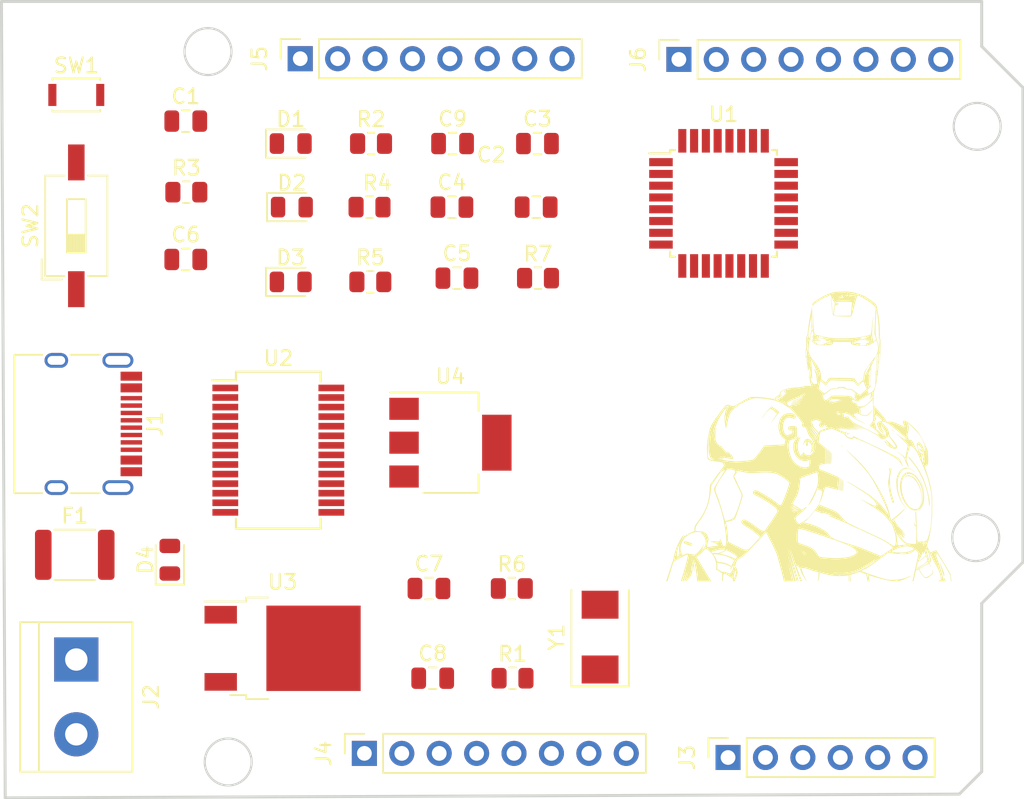
<source format=kicad_pcb>
(kicad_pcb (version 20211014) (generator pcbnew)
  (layers (0 "F.Cu" signal) (31 "B.Cu" signal) (34 "B.Paste" user) (35 "F.Paste" user) (36 "B.SilkS" user "B.Silkscreen") (37 "F.SilkS" user "F.Silkscreen") (38 "B.Mask" user) (39 "F.Mask" user) (44 "Edge.Cuts" user))
  (net 0 "")
  (net 1 "Net-(D4-Pad2)")
  (net 2 "Net-(C1-Pad1)")
  (net 3 "VCC")
  (net 4 "GND")
  (net 5 "Net-(D1-Pad1)")
  (net 6 "M8TX")
  (net 7 "M8RX")
  (net 8 "DTR")
  (net 9 "Net-(D2-Pad2)")
  (net 10 "Net-(D3-Pad2)")
  (net 11 "5v")
  (net 12 "3.3v")
  (net 21 "Net-(J1-PadA6)")
  (net 22 "Net-(J1-PadA7)")
  (net 25 "D3")
  (net 26 "D4")
  (net 29 "Net-(C2-Pad1)")
  (net 30 "Net-(C3-Pad1)")
  (net 31 "D5")
  (net 32 "D6")
  (net 33 "D7")
  (net 34 "D8")
  (net 35 "D9")
  (net 36 "D11")
  (net 37 "D12")
  (net 38 "D13")
  (net 39 "D14")
  (net 42 "A0")
  (net 43 "A1")
  (net 44 "A2")
  (net 45 "A3")
  (net 46 "A4")
  (net 47 "A5")
  (net 48 "RX")
  (net 49 "TX")
  (net 50 "D2")
  (net 51 "Net-(F1-Pad1)")
  (net 58 "Net-(C6-Pad2)")
  (net 59 "Net-(R4-Pad2)")
  (net 60 "Net-(R3-Pad2)")
  (net 61 "Net-(C6-Pad1)")
  (net 62 "Net-(D2-Pad1)")
  (net 63 "Net-(D3-Pad1)")
  (net 64 "5v USB")
  (net 65 "Reset")
  (net 66 "Vin")
  (footprint "Resistor_SMD:R_0805_2012Metric" (layer "F.Cu") (at 198.0165 99.822)
    (fp_text reference "R1" (at 0 -1.65) (layer "F.SilkS"))
    (fp_text value "1Ok")
    (pad "1" smd roundrect (at -0.9125 0) (size 1.025 1.4) (layers "F.Cu" "F.Paste" "F.Mask") (roundrect_rratio 0.243902) (net 2 "Net-(C1-Pad1)"))
    (pad "2" smd roundrect (at 0.9125 0) (size 1.025 1.4) (layers "F.Cu" "F.Paste" "F.Mask") (roundrect_rratio 0.243902) (net 3 "VCC"))
  )
  (footprint "TerminalBlock:TerminalBlock_bornier-2_P5.08mm" (layer "F.Cu") (at 168.402 98.552 -90)
    (fp_text reference "J2" (at 2.54 -5.08 90) (layer "F.SilkS"))
    (fp_text value "Screw_Terminal_01x02")
    (pad "1" thru_hole rect (at 0 0 270) (size 3 3) (drill 1.52) (layers *.Cu *.Mask) (net 58 "Net-(C6-Pad2)"))
    (pad "2" thru_hole circle (at 5.08 0 270) (size 3 3) (drill 1.52) (layers *.Cu *.Mask) (net 1 "Net-(D4-Pad2)"))
  )
  (footprint "Resistor_SMD:R_0805_2012Metric" (layer "F.Cu") (at 175.8715 66.802)
    (fp_text reference "R3" (at 0 -1.65) (layer "F.SilkS"))
    (fp_text value "1k")
    (pad "1" smd roundrect (at -0.9125 0) (size 1.025 1.4) (layers "F.Cu" "F.Paste" "F.Mask") (roundrect_rratio 0.243902) (net 6 "M8TX"))
    (pad "2" smd roundrect (at 0.9125 0) (size 1.025 1.4) (layers "F.Cu" "F.Paste" "F.Mask") (roundrect_rratio 0.243902) (net 60 "Net-(R3-Pad2)"))
  )
  (footprint "Capacitor_SMD:C_0805_2012Metric" (layer "F.Cu") (at 199.71 63.5)
    (fp_text reference "C3" (at 0 -1.68) (layer "F.SilkS"))
    (fp_text value "22pF")
    (pad "1" smd roundrect (at -0.95 0) (size 1 1.45) (layers "F.Cu" "F.Paste" "F.Mask") (net 30 "Net-(C3-Pad1)"))
    (pad "2" smd roundrect (at 0.95 0) (size 1 1.45) (layers "F.Cu" "F.Paste" "F.Mask") (net 4 "GND"))
  )
  (footprint "Connector_PinSocket_2.54mm:PinSocket_1x08_P2.54mm_Vertical" (layer "F.Cu") (at 187.96 104.9278 90)
    (fp_text reference "J4" (at 0 -2.77 90) (layer "F.SilkS"))
    (fp_text value "Screw_Terminal_01x08")
    (pad "1" thru_hole rect (at 0 0 90) (size 1.7 1.7) (drill 1) (layers *.Cu *.Mask) (net 12 "3.3v"))
    (pad "2" thru_hole oval (at 0 2.54 90) (size 1.7 1.7) (drill 1) (layers *.Cu *.Mask) (net 3 "VCC"))
    (pad "3" thru_hole oval (at 0 5.08 90) (size 1.7 1.7) (drill 1) (layers *.Cu *.Mask) (net 65 "Reset"))
    (pad "4" thru_hole oval (at 0 7.62 90) (size 1.7 1.7) (drill 1) (layers *.Cu *.Mask) (net 3 "VCC"))
    (pad "5" thru_hole oval (at 0 10.16 90) (size 1.7 1.7) (drill 1) (layers *.Cu *.Mask) (net 12 "3.3v"))
    (pad "6" thru_hole oval (at 0 12.7 90) (size 1.7 1.7) (drill 1) (layers *.Cu *.Mask) (net 4 "GND"))
    (pad "7" thru_hole oval (at 0 15.24 90) (size 1.7 1.7) (drill 1) (layers *.Cu *.Mask) (net 4 "GND"))
    (pad "8" thru_hole oval (at 0 17.78 90) (size 1.7 1.7) (drill 1) (layers *.Cu *.Mask) (net 66 "Vin"))
  )
  (footprint "Capacitor_SMD:C_0805_2012Metric" (layer "F.Cu") (at 199.6225 67.818)
    (fp_text reference "C2" (at -3.048 -3.556) (layer "F.SilkS"))
    (fp_text value "22pF")
    (pad "1" smd roundrect (at -0.95 0) (size 1 1.45) (layers "F.Cu" "F.Paste" "F.Mask") (net 29 "Net-(C2-Pad1)"))
    (pad "2" smd roundrect (at 0.95 0) (size 1 1.45) (layers "F.Cu" "F.Paste" "F.Mask") (net 4 "GND"))
  )
  (footprint "Package_TO_SOT_SMD:TO-252-2" (layer "F.Cu") (at 182.407 97.789)
    (fp_text reference "U3" (at 0 -4.5) (layer "F.SilkS"))
    (fp_text value "L7805")
    (pad "1" smd rect (at -4.2 -2.28) (size 2.2 1.2) (layers "F.Cu" "F.Paste" "F.Mask") (net 61 "Net-(C6-Pad1)"))
    (pad "2" smd rect (at 2.1 0) (size 6.4 5.8) (layers "F.Cu" "F.Mask") (net 58 "Net-(C6-Pad2)"))
    (pad "3" smd rect (at -4.2 2.28) (size 2.2 1.2) (layers "F.Cu" "F.Paste" "F.Mask") (net 11 "5v"))
  )
  (footprint "Crystal:Crystal_SMD_0603-2Pin_6.0x3.5mm" (layer "F.Cu") (at 203.962 97.028 90)
    (fp_text reference "Y1" (at 0 -2.95 90) (layer "F.SilkS"))
    (fp_text value "Crystal")
    (pad "1" smd rect (at -2.2 0 90) (size 1.9 2.5) (layers "F.Cu" "F.Paste" "F.Mask") (net 30 "Net-(C3-Pad1)"))
    (pad "2" smd rect (at 2.2 0 90) (size 1.9 2.5) (layers "F.Cu" "F.Paste" "F.Mask") (net 29 "Net-(C2-Pad1)"))
  )
  (footprint "Capacitor_SMD:C_0805_2012Metric" (layer "F.Cu") (at 194.244 72.644)
    (fp_text reference "C5" (at 0 -1.68) (layer "F.SilkS"))
    (fp_text value "100nF")
    (pad "1" smd roundrect (at -0.95 0) (size 1 1.45) (layers "F.Cu" "F.Paste" "F.Mask") (net 3 "VCC"))
    (pad "2" smd roundrect (at 0.95 0) (size 1 1.45) (layers "F.Cu" "F.Paste" "F.Mask") (net 4 "GND"))
  )
  (footprint "Diode_SMD:D_0805_2012Metric" (layer "F.Cu") (at 174.752 91.7725 90)
    (fp_text reference "D4" (at 0 -1.65 90) (layer "F.SilkS"))
    (fp_text value "1N4004")
    (pad "1" smd roundrect (at -0.9375 0 90) (size 0.975 1.4) (layers "F.Cu" "F.Paste" "F.Mask") (net 61 "Net-(C6-Pad1)"))
    (pad "2" smd roundrect (at 0.9375 0 90) (size 0.975 1.4) (layers "F.Cu" "F.Paste" "F.Mask") (net 1 "Net-(D4-Pad2)"))
  )
  (footprint "LED_SMD:LED_0805_2012Metric" (layer "F.Cu") (at 182.9585 72.898)
    (fp_text reference "D3" (at 0 -1.65) (layer "F.SilkS"))
    (fp_text value "LED")
    (pad "1" smd roundrect (at -0.9375 0) (size 0.975 1.4) (layers "F.Cu" "F.Paste" "F.Mask") (net 63 "Net-(D3-Pad1)"))
    (pad "2" smd roundrect (at 0.9375 0) (size 0.975 1.4) (layers "F.Cu" "F.Paste" "F.Mask") (net 10 "Net-(D3-Pad2)"))
  )
  (footprint "Button_Switch_SMD:SW_DIP_SPSTx01_Slide_6.7x4.1mm_W8.61mm_P2.54mm_LowProfile" (layer "F.Cu") (at 168.402 69.088 90)
    (fp_text reference "SW2" (at 0 -3.11 90) (layer "F.SilkS"))
    (fp_text value "SW_DPDT_x2")
    (pad "1" smd rect (at -4.305 0 90) (size 2.44 1.12) (layers "F.Cu" "F.Paste" "F.Mask") (net 11 "5v"))
    (pad "2" smd rect (at 4.305 0 90) (size 2.44 1.12) (layers "F.Cu" "F.Paste" "F.Mask") (net 3 "VCC"))
  )
  (footprint "Package_SO:SSOP-28_5.3x10.2mm_P0.65mm" (layer "F.Cu") (at 182.118 84.328)
    (fp_text reference "U2" (at 0 -6.25) (layer "F.SilkS"))
    (fp_text value "FT232RL")
    (pad "1" smd rect (at -3.6 -4.225) (size 1.75 0.45) (layers "F.Cu" "F.Paste" "F.Mask") (net 60 "Net-(R3-Pad2)"))
    (pad "2" smd rect (at -3.6 -3.575) (size 1.75 0.45) (layers "F.Cu" "F.Paste" "F.Mask") (net 8 "DTR"))
    (pad "3" smd rect (at -3.6 -2.925) (size 1.75 0.45) (layers "F.Cu" "F.Paste" "F.Mask"))
    (pad "4" smd rect (at -3.6 -2.275) (size 1.75 0.45) (layers "F.Cu" "F.Paste" "F.Mask") (net 3 "VCC"))
    (pad "5" smd rect (at -3.6 -1.625) (size 1.75 0.45) (layers "F.Cu" "F.Paste" "F.Mask") (net 59 "Net-(R4-Pad2)"))
    (pad "6" smd rect (at -3.6 -0.975) (size 1.75 0.45) (layers "F.Cu" "F.Paste" "F.Mask"))
    (pad "7" smd rect (at -3.6 -0.325) (size 1.75 0.45) (layers "F.Cu" "F.Paste" "F.Mask") (net 4 "GND"))
    (pad "8" smd rect (at -3.6 0.325) (size 1.75 0.45) (layers "F.Cu" "F.Paste" "F.Mask"))
    (pad "9" smd rect (at -3.6 0.975) (size 1.75 0.45) (layers "F.Cu" "F.Paste" "F.Mask"))
    (pad "10" smd rect (at -3.6 1.625) (size 1.75 0.45) (layers "F.Cu" "F.Paste" "F.Mask"))
    (pad "11" smd rect (at -3.6 2.275) (size 1.75 0.45) (layers "F.Cu" "F.Paste" "F.Mask"))
    (pad "12" smd rect (at -3.6 2.925) (size 1.75 0.45) (layers "F.Cu" "F.Paste" "F.Mask"))
    (pad "13" smd rect (at -3.6 3.575) (size 1.75 0.45) (layers "F.Cu" "F.Paste" "F.Mask"))
    (pad "14" smd rect (at -3.6 4.225) (size 1.75 0.45) (layers "F.Cu" "F.Paste" "F.Mask"))
    (pad "15" smd rect (at 3.6 4.225) (size 1.75 0.45) (layers "F.Cu" "F.Paste" "F.Mask") (net 21 "Net-(J1-PadA6)"))
    (pad "16" smd rect (at 3.6 3.575) (size 1.75 0.45) (layers "F.Cu" "F.Paste" "F.Mask") (net 22 "Net-(J1-PadA7)"))
    (pad "17" smd rect (at 3.6 2.925) (size 1.75 0.45) (layers "F.Cu" "F.Paste" "F.Mask") (net 12 "3.3v"))
    (pad "18" smd rect (at 3.6 2.275) (size 1.75 0.45) (layers "F.Cu" "F.Paste" "F.Mask") (net 4 "GND"))
    (pad "19" smd rect (at 3.6 1.625) (size 1.75 0.45) (layers "F.Cu" "F.Paste" "F.Mask") (net 3 "VCC"))
    (pad "20" smd rect (at 3.6 0.975) (size 1.75 0.45) (layers "F.Cu" "F.Paste" "F.Mask") (net 3 "VCC"))
    (pad "21" smd rect (at 3.6 0.325) (size 1.75 0.45) (layers "F.Cu" "F.Paste" "F.Mask") (net 4 "GND"))
    (pad "22" smd rect (at 3.6 -0.325) (size 1.75 0.45) (layers "F.Cu" "F.Paste" "F.Mask") (net 62 "Net-(D2-Pad1)"))
    (pad "23" smd rect (at 3.6 -0.975) (size 1.75 0.45) (layers "F.Cu" "F.Paste" "F.Mask") (net 63 "Net-(D3-Pad1)"))
    (pad "24" smd rect (at 3.6 -1.625) (size 1.75 0.45) (layers "F.Cu" "F.Paste" "F.Mask"))
    (pad "25" smd rect (at 3.6 -2.275) (size 1.75 0.45) (layers "F.Cu" "F.Paste" "F.Mask") (net 4 "GND"))
    (pad "26" smd rect (at 3.6 -2.925) (size 1.75 0.45) (layers "F.Cu" "F.Paste" "F.Mask") (net 4 "GND"))
    (pad "27" smd rect (at 3.6 -3.575) (size 1.75 0.45) (layers "F.Cu" "F.Paste" "F.Mask"))
    (pad "28" smd rect (at 3.6 -4.225) (size 1.75 0.45) (layers "F.Cu" "F.Paste" "F.Mask"))
  )
  (footprint "LED_SMD:LED_0805_2012Metric" (layer "F.Cu") (at 182.9585 63.5)
    (fp_text reference "D1" (at 0 -1.65) (layer "F.SilkS"))
    (fp_text value "LED")
    (pad "1" smd roundrect (at -0.9375 0) (size 0.975 1.4) (layers "F.Cu" "F.Paste" "F.Mask") (net 5 "Net-(D1-Pad1)"))
    (pad "2" smd roundrect (at 0.9375 0) (size 0.975 1.4) (layers "F.Cu" "F.Paste" "F.Mask") (net 38 "D13"))
  )
  (footprint "Button_Switch_SMD:SW_SPST_CK_KXT3" (layer "F.Cu") (at 168.402 60.198)
    (fp_text reference "SW1" (at 0 -2) (layer "F.SilkS"))
    (fp_text value "SW_Push")
    (pad "1" smd rect (at -1.625 0) (size 0.55 1.5) (layers "F.Cu" "F.Paste" "F.Mask") (net 2 "Net-(C1-Pad1)"))
    (pad "2" smd rect (at 1.625 0) (size 0.55 1.5) (layers "F.Cu" "F.Paste" "F.Mask") (net 4 "GND"))
  )
  (footprint "graficos:ironman" (layer "F.Cu") (at 218.44 82.804)
    (fp_text reference "G***" (at 0 0) (layer "F.SilkS") (effects (font (size 1.524 1.524) (thickness 0.3))))
    (fp_text value "LOGO" hide)
  )
  (footprint "Package_TO_SOT_SMD:SOT-223-3_TabPin2" (layer "F.Cu") (at 193.802 83.82)
    (fp_text reference "U4" (at 0 -4.5) (layer "F.SilkS"))
    (fp_text value "AP1117-33")
    (pad "1" smd rect (at -3.15 -2.3) (size 2 1.5) (layers "F.Cu" "F.Paste" "F.Mask") (net 58 "Net-(C6-Pad2)"))
    (pad "2" smd rect (at 3.15 0) (size 2 3.8) (layers "F.Cu" "F.Paste" "F.Mask") (net 12 "3.3v"))
    (pad "2" smd rect (at -3.15 0) (size 2 1.5) (layers "F.Cu" "F.Paste" "F.Mask") (net 12 "3.3v"))
    (pad "3" smd rect (at -3.15 2.3) (size 2 1.5) (layers "F.Cu" "F.Paste" "F.Mask") (net 11 "5v"))
  )
  (footprint "Capacitor_SMD:C_0805_2012Metric" (layer "F.Cu") (at 175.834 61.976)
    (fp_text reference "C1" (at 0 -1.68) (layer "F.SilkS"))
    (fp_text value "0.1uF")
    (pad "1" smd roundrect (at -0.95 0) (size 1 1.45) (layers "F.Cu" "F.Paste" "F.Mask") (net 2 "Net-(C1-Pad1)"))
    (pad "2" smd roundrect (at 0.95 0) (size 1 1.45) (layers "F.Cu" "F.Paste" "F.Mask") (net 8 "DTR"))
  )
  (footprint "LED_SMD:LED_0805_2012Metric" (layer "F.Cu") (at 183.037 67.818)
    (fp_text reference "D2" (at 0 -1.65) (layer "F.SilkS"))
    (fp_text value "LED")
    (pad "1" smd roundrect (at -0.9375 0) (size 0.975 1.4) (layers "F.Cu" "F.Paste" "F.Mask") (net 62 "Net-(D2-Pad1)"))
    (pad "2" smd roundrect (at 0.9375 0) (size 0.975 1.4) (layers "F.Cu" "F.Paste" "F.Mask") (net 9 "Net-(D2-Pad2)"))
  )
  (footprint "Capacitor_SMD:C_0805_2012Metric" (layer "F.Cu") (at 193.9025 67.818)
    (fp_text reference "C4" (at 0 -1.68) (layer "F.SilkS"))
    (fp_text value "1uF")
    (pad "1" smd roundrect (at -0.95 0) (size 1 1.45) (layers "F.Cu" "F.Paste" "F.Mask") (net 12 "3.3v"))
    (pad "2" smd roundrect (at 0.95 0) (size 1 1.45) (layers "F.Cu" "F.Paste" "F.Mask") (net 4 "GND"))
  )
  (footprint "Capacitor_SMD:C_0805_2012Metric" (layer "F.Cu") (at 175.834 71.374)
    (fp_text reference "C6" (at 0 -1.68) (layer "F.SilkS"))
    (fp_text value "100uF")
    (pad "1" smd roundrect (at -0.95 0) (size 1 1.45) (layers "F.Cu" "F.Paste" "F.Mask") (net 61 "Net-(C6-Pad1)"))
    (pad "2" smd roundrect (at 0.95 0) (size 1 1.45) (layers "F.Cu" "F.Paste" "F.Mask") (net 58 "Net-(C6-Pad2)"))
  )
  (footprint "Resistor_SMD:R_0805_2012Metric" (layer "F.Cu") (at 188.413 63.5)
    (fp_text reference "R2" (at 0 -1.65) (layer "F.SilkS"))
    (fp_text value "200 ohm")
    (pad "1" smd roundrect (at -0.9125 0) (size 1.025 1.4) (layers "F.Cu" "F.Paste" "F.Mask") (roundrect_rratio 0.243902) (net 4 "GND"))
    (pad "2" smd roundrect (at 0.9125 0) (size 1.025 1.4) (layers "F.Cu" "F.Paste" "F.Mask") (roundrect_rratio 0.243902) (net 5 "Net-(D1-Pad1)"))
  )
  (footprint "Resistor_SMD:R_0805_2012Metric" (layer "F.Cu") (at 188.3085 67.818)
    (fp_text reference "R4" (at 0.525 -1.65) (layer "F.SilkS"))
    (fp_text value "1k")
    (pad "1" smd roundrect (at -0.9125 0) (size 1.025 1.4) (layers "F.Cu" "F.Paste" "F.Mask") (roundrect_rratio 0.243902) (net 7 "M8RX"))
    (pad "2" smd roundrect (at 0.9125 0) (size 1.025 1.4) (layers "F.Cu" "F.Paste" "F.Mask") (roundrect_rratio 0.243902) (net 59 "Net-(R4-Pad2)"))
  )
  (footprint "Resistor_SMD:R_0805_2012Metric" (layer "F.Cu") (at 199.7475 72.644)
    (fp_text reference "R7" (at 0 -1.65) (layer "F.SilkS"))
    (fp_text value "R")
    (pad "1" smd roundrect (at -0.9125 0) (size 1.025 1.4) (layers "F.Cu" "F.Paste" "F.Mask") (roundrect_rratio 0.243902) (net 10 "Net-(D3-Pad2)"))
    (pad "2" smd roundrect (at 0.9125 0) (size 1.025 1.4) (layers "F.Cu" "F.Paste" "F.Mask") (roundrect_rratio 0.243902) (net 3 "VCC"))
  )
  (footprint "Capacitor_SMD:C_0805_2012Metric" (layer "F.Cu") (at 192.598 99.822)
    (fp_text reference "C8" (at 0 -1.68) (layer "F.SilkS"))
    (fp_text value "47nF")
    (pad "1" smd roundrect (at -0.95 0) (size 1 1.45) (layers "F.Cu" "F.Paste" "F.Mask") (net 12 "3.3v"))
    (pad "2" smd roundrect (at 0.95 0) (size 1 1.45) (layers "F.Cu" "F.Paste" "F.Mask") (net 58 "Net-(C6-Pad2)"))
  )
  (footprint "Fuse:Fuse_1812_4532Metric" (layer "F.Cu") (at 168.2965 91.44)
    (fp_text reference "F1" (at 0 -2.65) (layer "F.SilkS"))
    (fp_text value "Fuse")
    (pad "1" smd roundrect (at -2.1375 0) (size 1.125 3.4) (layers "F.Cu" "F.Paste" "F.Mask") (roundrect_rratio 0.222222) (net 51 "Net-(F1-Pad1)"))
    (pad "2" smd roundrect (at 2.1375 0) (size 1.125 3.4) (layers "F.Cu" "F.Paste" "F.Mask") (roundrect_rratio 0.222222) (net 64 "5v USB"))
  )
  (footprint "Package_QFP:TQFP-32_7x7mm_P0.8mm" (layer "F.Cu") (at 212.344 67.564)
    (fp_text reference "U1" (at 0 -6.05) (layer "F.SilkS"))
    (fp_text value "ATmega328PB-A")
    (pad "1" smd rect (at -4.25 -2.8) (size 1.6 0.55) (layers "F.Cu" "F.Paste" "F.Mask") (net 25 "D3"))
    (pad "2" smd rect (at -4.25 -2) (size 1.6 0.55) (layers "F.Cu" "F.Paste" "F.Mask") (net 26 "D4"))
    (pad "3" smd rect (at -4.25 -1.2) (size 1.6 0.55) (layers "F.Cu" "F.Paste" "F.Mask"))
    (pad "4" smd rect (at -4.25 -0.4) (size 1.6 0.55) (layers "F.Cu" "F.Paste" "F.Mask") (net 3 "VCC"))
    (pad "5" smd rect (at -4.25 0.4) (size 1.6 0.55) (layers "F.Cu" "F.Paste" "F.Mask") (net 4 "GND"))
    (pad "6" smd rect (at -4.25 1.2) (size 1.6 0.55) (layers "F.Cu" "F.Paste" "F.Mask"))
    (pad "7" smd rect (at -4.25 2) (size 1.6 0.55) (layers "F.Cu" "F.Paste" "F.Mask") (net 29 "Net-(C2-Pad1)"))
    (pad "8" smd rect (at -4.25 2.8) (size 1.6 0.55) (layers "F.Cu" "F.Paste" "F.Mask") (net 30 "Net-(C3-Pad1)"))
    (pad "9" smd rect (at -2.8 4.25 90) (size 1.6 0.55) (layers "F.Cu" "F.Paste" "F.Mask") (net 31 "D5"))
    (pad "10" smd rect (at -2 4.25 90) (size 1.6 0.55) (layers "F.Cu" "F.Paste" "F.Mask") (net 32 "D6"))
    (pad "11" smd rect (at -1.2 4.25 90) (size 1.6 0.55) (layers "F.Cu" "F.Paste" "F.Mask") (net 33 "D7"))
    (pad "12" smd rect (at -0.4 4.25 90) (size 1.6 0.55) (layers "F.Cu" "F.Paste" "F.Mask") (net 34 "D8"))
    (pad "13" smd rect (at 0.4 4.25 90) (size 1.6 0.55) (layers "F.Cu" "F.Paste" "F.Mask") (net 35 "D9"))
    (pad "14" smd rect (at 1.2 4.25 90) (size 1.6 0.55) (layers "F.Cu" "F.Paste" "F.Mask") (net 36 "D11"))
    (pad "15" smd rect (at 2 4.25 90) (size 1.6 0.55) (layers "F.Cu" "F.Paste" "F.Mask") (net 37 "D12"))
    (pad "16" smd rect (at 2.8 4.25 90) (size 1.6 0.55) (layers "F.Cu" "F.Paste" "F.Mask") (net 38 "D13"))
    (pad "17" smd rect (at 4.25 2.8) (size 1.6 0.55) (layers "F.Cu" "F.Paste" "F.Mask") (net 39 "D14"))
    (pad "18" smd rect (at 4.25 2) (size 1.6 0.55) (layers "F.Cu" "F.Paste" "F.Mask") (net 3 "VCC"))
    (pad "19" smd rect (at 4.25 1.2) (size 1.6 0.55) (layers "F.Cu" "F.Paste" "F.Mask"))
    (pad "20" smd rect (at 4.25 0.4) (size 1.6 0.55) (layers "F.Cu" "F.Paste" "F.Mask") (net 3 "VCC"))
    (pad "21" smd rect (at 4.25 -0.4) (size 1.6 0.55) (layers "F.Cu" "F.Paste" "F.Mask") (net 4 "GND"))
    (pad "22" smd rect (at 4.25 -1.2) (size 1.6 0.55) (layers "F.Cu" "F.Paste" "F.Mask"))
    (pad "23" smd rect (at 4.25 -2) (size 1.6 0.55) (layers "F.Cu" "F.Paste" "F.Mask") (net 42 "A0"))
    (pad "24" smd rect (at 4.25 -2.8) (size 1.6 0.55) (layers "F.Cu" "F.Paste" "F.Mask") (net 43 "A1"))
    (pad "25" smd rect (at 2.8 -4.25 90) (size 1.6 0.55) (layers "F.Cu" "F.Paste" "F.Mask") (net 44 "A2"))
    (pad "26" smd rect (at 2 -4.25 90) (size 1.6 0.55) (layers "F.Cu" "F.Paste" "F.Mask") (net 45 "A3"))
    (pad "27" smd rect (at 1.2 -4.25 90) (size 1.6 0.55) (layers "F.Cu" "F.Paste" "F.Mask") (net 46 "A4"))
    (pad "28" smd rect (at 0.4 -4.25 90) (size 1.6 0.55) (layers "F.Cu" "F.Paste" "F.Mask") (net 47 "A5"))
    (pad "29" smd rect (at -0.4 -4.25 90) (size 1.6 0.55) (layers "F.Cu" "F.Paste" "F.Mask") (net 2 "Net-(C1-Pad1)"))
    (pad "30" smd rect (at -1.2 -4.25 90) (size 1.6 0.55) (layers "F.Cu" "F.Paste" "F.Mask") (net 48 "RX"))
    (pad "31" smd rect (at -2 -4.25 90) (size 1.6 0.55) (layers "F.Cu" "F.Paste" "F.Mask") (net 49 "TX"))
    (pad "32" smd rect (at -2.8 -4.25 90) (size 1.6 0.55) (layers "F.Cu" "F.Paste" "F.Mask") (net 50 "D2"))
  )
  (footprint "Capacitor_SMD:C_0805_2012Metric" (layer "F.Cu") (at 193.9465 63.5)
    (fp_text reference "C9" (at 0 -1.68) (layer "F.SilkS"))
    (fp_text value "100nF")
    (pad "1" smd roundrect (at -0.95 0) (size 1 1.45) (layers "F.Cu" "F.Paste" "F.Mask") (net 12 "3.3v"))
    (pad "2" smd roundrect (at 0.95 0) (size 1 1.45) (layers "F.Cu" "F.Paste" "F.Mask") (net 58 "Net-(C6-Pad2)"))
  )
  (footprint "Capacitor_SMD:C_0805_2012Metric" (layer "F.Cu") (at 192.344 93.726)
    (fp_text reference "C7" (at 0 -1.68) (layer "F.SilkS"))
    (fp_text value "100nF")
    (pad "1" smd roundrect (at -0.95 0) (size 1 1.45) (layers "F.Cu" "F.Paste" "F.Mask") (net 11 "5v"))
    (pad "2" smd roundrect (at 0.95 0) (size 1 1.45) (layers "F.Cu" "F.Paste" "F.Mask") (net 58 "Net-(C6-Pad2)"))
  )
  (footprint "Connector_PinSocket_2.54mm:PinSocket_1x08_P2.54mm_Vertical" (layer "F.Cu") (at 183.6062 57.7346 90)
    (fp_text reference "J5" (at 0 -2.77 90) (layer "F.SilkS"))
    (fp_text value "Screw_Terminal_01x08")
    (pad "1" thru_hole rect (at 0 0 90) (size 1.7 1.7) (drill 1) (layers *.Cu *.Mask) (net 11 "5v"))
    (pad "2" thru_hole oval (at 0 2.54 90) (size 1.7 1.7) (drill 1) (layers *.Cu *.Mask) (net 4 "GND"))
    (pad "3" thru_hole oval (at 0 5.08 90) (size 1.7 1.7) (drill 1) (layers *.Cu *.Mask) (net 3 "VCC"))
    (pad "4" thru_hole oval (at 0 7.62 90) (size 1.7 1.7) (drill 1) (layers *.Cu *.Mask) (net 38 "D13"))
    (pad "5" thru_hole oval (at 0 10.16 90) (size 1.7 1.7) (drill 1) (layers *.Cu *.Mask) (net 37 "D12"))
    (pad "6" thru_hole oval (at 0 12.7 90) (size 1.7 1.7) (drill 1) (layers *.Cu *.Mask) (net 36 "D11"))
    (pad "7" thru_hole oval (at 0 15.24 90) (size 1.7 1.7) (drill 1) (layers *.Cu *.Mask) (net 35 "D9"))
    (pad "8" thru_hole oval (at 0 17.78 90) (size 1.7 1.7) (drill 1) (layers *.Cu *.Mask) (net 34 "D8"))
  )
  (footprint "Connector_USB:USB_C_Receptacle_HRO_TYPE-C-31-M-12" (layer "F.Cu") (at 168.096 82.55 -90)
    (fp_text reference "J1" (at 0 -5.645 90) (layer "F.SilkS"))
    (fp_text value "USB_C_Receptacle_USB2.0")
    (pad "" np_thru_hole circle (at -2.89 -2.6 270) (size 0.65 0.65) (drill 0.65) (layers *.Cu *.Mask))
    (pad "" np_thru_hole circle (at 2.89 -2.6 270) (size 0.65 0.65) (drill 0.65) (layers *.Cu *.Mask))
    (pad "A1" smd rect (at -3.25 -4.045 270) (size 0.6 1.45) (layers "F.Cu" "F.Paste" "F.Mask") (net 4 "GND"))
    (pad "A4" smd rect (at -2.45 -4.045 270) (size 0.6 1.45) (layers "F.Cu" "F.Paste" "F.Mask") (net 51 "Net-(F1-Pad1)"))
    (pad "A5" smd rect (at -1.25 -4.045 270) (size 0.3 1.45) (layers "F.Cu" "F.Paste" "F.Mask"))
    (pad "A6" smd rect (at -0.25 -4.045 270) (size 0.3 1.45) (layers "F.Cu" "F.Paste" "F.Mask") (net 21 "Net-(J1-PadA6)"))
    (pad "A7" smd rect (at 0.25 -4.045 270) (size 0.3 1.45) (layers "F.Cu" "F.Paste" "F.Mask") (net 22 "Net-(J1-PadA7)"))
    (pad "A8" smd rect (at 1.25 -4.045 270) (size 0.3 1.45) (layers "F.Cu" "F.Paste" "F.Mask"))
    (pad "A9" smd rect (at 2.45 -4.045 270) (size 0.6 1.45) (layers "F.Cu" "F.Paste" "F.Mask") (net 51 "Net-(F1-Pad1)"))
    (pad "A12" smd rect (at 3.25 -4.045 270) (size 0.6 1.45) (layers "F.Cu" "F.Paste" "F.Mask") (net 4 "GND"))
    (pad "B1" smd rect (at 3.25 -4.045 270) (size 0.6 1.45) (layers "F.Cu" "F.Paste" "F.Mask") (net 4 "GND"))
    (pad "B4" smd rect (at 2.45 -4.045 270) (size 0.6 1.45) (layers "F.Cu" "F.Paste" "F.Mask") (net 51 "Net-(F1-Pad1)"))
    (pad "B5" smd rect (at 1.75 -4.045 270) (size 0.3 1.45) (layers "F.Cu" "F.Paste" "F.Mask"))
    (pad "B6" smd rect (at 0.75 -4.045 270) (size 0.3 1.45) (layers "F.Cu" "F.Paste" "F.Mask"))
    (pad "B7" smd rect (at -0.75 -4.045 270) (size 0.3 1.45) (layers "F.Cu" "F.Paste" "F.Mask"))
    (pad "B8" smd rect (at -1.75 -4.045 270) (size 0.3 1.45) (layers "F.Cu" "F.Paste" "F.Mask"))
    (pad "B9" smd rect (at -2.45 -4.045 270) (size 0.6 1.45) (layers "F.Cu" "F.Paste" "F.Mask") (net 51 "Net-(F1-Pad1)"))
    (pad "B12" smd rect (at -3.25 -4.045 270) (size 0.6 1.45) (layers "F.Cu" "F.Paste" "F.Mask") (net 4 "GND"))
    (pad "S1" thru_hole oval (at -4.32 1.05 270) (size 1 1.6) (drill oval 0.6 1.2) (layers *.Cu *.Mask) (net 4 "GND"))
    (pad "S1" thru_hole oval (at 4.32 1.05 270) (size 1 1.6) (drill oval 0.6 1.2) (layers *.Cu *.Mask) (net 4 "GND"))
    (pad "S1" thru_hole oval (at -4.32 -3.13 270) (size 1 2.1) (drill oval 0.6 1.7) (layers *.Cu *.Mask) (net 4 "GND"))
    (pad "S1" thru_hole oval (at 4.32 -3.13 270) (size 1 2.1) (drill oval 0.6 1.7) (layers *.Cu *.Mask) (net 4 "GND"))
  )
  (footprint "Connector_PinSocket_2.54mm:PinSocket_1x06_P2.54mm_Vertical" (layer "F.Cu") (at 212.6488 105.2068 90)
    (fp_text reference "J3" (at 0 -2.77 90) (layer "F.SilkS"))
    (fp_text value "Screw_Terminal_01x06")
    (pad "1" thru_hole rect (at 0 0 90) (size 1.7 1.7) (drill 1) (layers *.Cu *.Mask) (net 47 "A5"))
    (pad "2" thru_hole oval (at 0 2.54 90) (size 1.7 1.7) (drill 1) (layers *.Cu *.Mask) (net 46 "A4"))
    (pad "3" thru_hole oval (at 0 5.08 90) (size 1.7 1.7) (drill 1) (layers *.Cu *.Mask) (net 45 "A3"))
    (pad "4" thru_hole oval (at 0 7.62 90) (size 1.7 1.7) (drill 1) (layers *.Cu *.Mask) (net 44 "A2"))
    (pad "5" thru_hole oval (at 0 10.16 90) (size 1.7 1.7) (drill 1) (layers *.Cu *.Mask) (net 43 "A1"))
    (pad "6" thru_hole oval (at 0 12.7 90) (size 1.7 1.7) (drill 1) (layers *.Cu *.Mask) (net 42 "A0"))
  )
  (footprint "Connector_PinSocket_2.54mm:PinSocket_1x08_P2.54mm_Vertical" (layer "F.Cu") (at 209.311 57.7854 90)
    (fp_text reference "J6" (at 0 -2.77 90) (layer "F.SilkS"))
    (fp_text value "Screw_Terminal_01x08")
    (pad "1" thru_hole rect (at 0 0 90) (size 1.7 1.7) (drill 1) (layers *.Cu *.Mask) (net 33 "D7"))
    (pad "2" thru_hole oval (at 0 2.54 90) (size 1.7 1.7) (drill 1) (layers *.Cu *.Mask) (net 32 "D6"))
    (pad "3" thru_hole oval (at 0 5.08 90) (size 1.7 1.7) (drill 1) (layers *.Cu *.Mask) (net 31 "D5"))
    (pad "4" thru_hole oval (at 0 7.62 90) (size 1.7 1.7) (drill 1) (layers *.Cu *.Mask) (net 26 "D4"))
    (pad "5" thru_hole oval (at 0 10.16 90) (size 1.7 1.7) (drill 1) (layers *.Cu *.Mask) (net 25 "D3"))
    (pad "6" thru_hole oval (at 0 12.7 90) (size 1.7 1.7) (drill 1) (layers *.Cu *.Mask) (net 50 "D2"))
    (pad "7" thru_hole oval (at 0 15.24 90) (size 1.7 1.7) (drill 1) (layers *.Cu *.Mask) (net 49 "TX"))
    (pad "8" thru_hole oval (at 0 17.78 90) (size 1.7 1.7) (drill 1) (layers *.Cu *.Mask) (net 48 "RX"))
  )
  (footprint "Resistor_SMD:R_0805_2012Metric" (layer "F.Cu") (at 197.9695 93.726)
    (fp_text reference "R6" (at 0 -1.65) (layer "F.SilkS"))
    (fp_text value "R")
    (pad "1" smd roundrect (at -0.9125 0) (size 1.025 1.4) (layers "F.Cu" "F.Paste" "F.Mask") (roundrect_rratio 0.243902) (net 9 "Net-(D2-Pad2)"))
    (pad "2" smd roundrect (at 0.9125 0) (size 1.025 1.4) (layers "F.Cu" "F.Paste" "F.Mask") (roundrect_rratio 0.243902) (net 3 "VCC"))
  )
  (footprint "Resistor_SMD:R_0805_2012Metric" (layer "F.Cu") (at 188.3645 72.898)
    (fp_text reference "R5" (at 0 -1.65) (layer "F.SilkS"))
    (fp_text value "1k")
    (pad "1" smd roundrect (at -0.9125 0) (size 1.025 1.4) (layers "F.Cu" "F.Paste" "F.Mask") (roundrect_rratio 0.243902) (net 8 "DTR"))
    (pad "2" smd roundrect (at 0.9125 0) (size 1.025 1.4) (layers "F.Cu" "F.Paste" "F.Mask") (roundrect_rratio 0.243902) (net 4 "GND"))
  )
  (gr_line (start 163.322 53.848) (end 163.576 53.848) (layer "Edge.Cuts") (width 0.2))
  (gr_line (start 228.346 107.696) (end 163.576 107.95) (layer "Edge.Cuts") (width 0.2))
  (gr_line (start 232.664 91.948) (end 229.87 94.742) (layer "Edge.Cuts") (width 0.2))
  (gr_line (start 232.664 59.69) (end 232.664 91.948) (layer "Edge.Cuts") (width 0.2))
  (gr_line (start 229.87 94.742) (end 229.87 106.172) (layer "Edge.Cuts") (width 0.2))
  (gr_circle (center 177.3428 57.2516) (end 178.937143 57.2516) (layer "Edge.Cuts") (width 0.15) (fill none))
  (gr_line (start 163.576 53.848) (end 229.87 53.848) (layer "Edge.Cuts") (width 0.2))
  (gr_circle (center 229.5652 62.3316) (end 231.159543 62.3316) (layer "Edge.Cuts") (width 0.15) (fill none))
  (gr_line (start 229.87 56.896) (end 232.664 59.69) (layer "Edge.Cuts") (width 0.2))
  (gr_line (start 229.87 106.172) (end 228.346 107.696) (layer "Edge.Cuts") (width 0.2))
  (gr_line (start 229.87 53.848) (end 229.87 56.896) (layer "Edge.Cuts") (width 0.2))
  (gr_circle (center 229.4636 90.2716) (end 231.057943 90.2716) (layer "Edge.Cuts") (width 0.15) (fill none))
  (gr_circle (center 178.7144 105.5116) (end 180.308743 105.5116) (layer "Edge.Cuts") (width 0.15) (fill none))
  (gr_line (start 163.576 107.95) (end 163.322 53.848) (layer "Edge.Cuts") (width 0.2))
)
</source>
